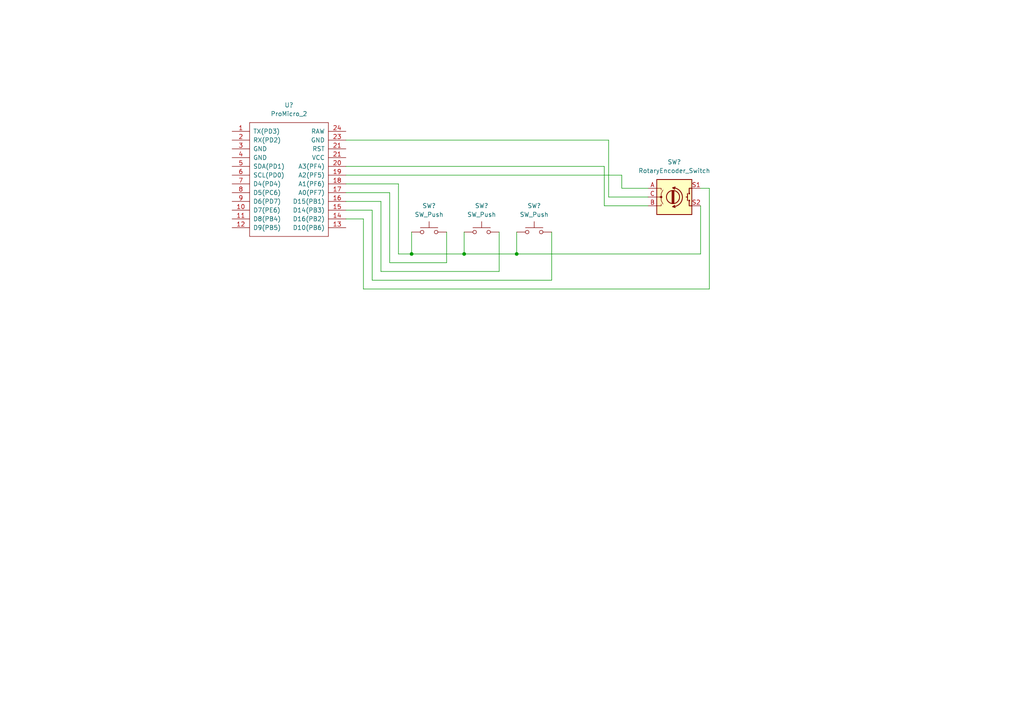
<source format=kicad_sch>
(kicad_sch (version 20211123) (generator eeschema)
  (paper "A4")
  (lib_symbols
    (symbol "Device:RotaryEncoder_Switch" (pin_names (offset 0.254) hide)
      (property "Reference" "SW" (at 0 6.604 0))
      (property "Value" "RotaryEncoder_Switch" (at 0 -6.604 0))
      (symbol "RotaryEncoder_Switch_0_1"
        (rectangle (start -5.08 5.08) (end 5.08 -5.08) (stroke (width 0.254)) (fill (type background)))
        (circle (center -3.81 0) (radius 0.254) (fill (type outline)))
        (arc (start -0.381 -2.794) (mid 2.3622 -0.0635) (end -0.381 2.667) (stroke (width 0.254)))
        (circle (center -0.381 0) (radius 1.905) (stroke (width 0.254)))
        (polyline (pts (xy -0.635 -1.778) (xy -0.635 1.778)) (stroke (width 0.254)))
        (polyline (pts (xy -0.381 -1.778) (xy -0.381 1.778)) (stroke (width 0.254)))
        (polyline (pts (xy -0.127 1.778) (xy -0.127 -1.778)) (stroke (width 0.254)))
        (polyline (pts (xy 3.81 0) (xy 3.429 0)) (stroke (width 0.254)))
        (polyline (pts (xy 3.81 1.016) (xy 3.81 -1.016)) (stroke (width 0.254)))
        (polyline (pts (xy -5.08 -2.54) (xy -3.81 -2.54) (xy -3.81 -2.032)))
        (polyline (pts (xy -5.08 2.54) (xy -3.81 2.54) (xy -3.81 2.032)))
        (polyline (pts (xy 0.254 -3.048) (xy -0.508 -2.794) (xy 0.127 -2.413)) (stroke (width 0.254)))
        (polyline (pts (xy 0.254 2.921) (xy -0.508 2.667) (xy 0.127 2.286)) (stroke (width 0.254)))
        (polyline (pts (xy 5.08 -2.54) (xy 4.318 -2.54) (xy 4.318 -1.016)) (stroke (width 0.254)))
        (polyline (pts (xy 5.08 2.54) (xy 4.318 2.54) (xy 4.318 1.016)) (stroke (width 0.254)))
        (polyline (pts (xy -5.08 0) (xy -3.81 0) (xy -3.81 -1.016) (xy -3.302 -2.032)))
        (polyline (pts (xy -4.318 0) (xy -3.81 0) (xy -3.81 1.016) (xy -3.302 2.032)))
        (circle (center 4.318 -1.016) (radius 0.127) (stroke (width 0.254)))
        (circle (center 4.318 1.016) (radius 0.127) (stroke (width 0.254)))
      )
      (symbol "RotaryEncoder_Switch_1_1"
        (pin passive line (at -7.62 2.54 0) (length 2.54) (name "A") (number "A"))
        (pin passive line (at -7.62 -2.54 0) (length 2.54) (name "B") (number "B"))
        (pin passive line (at -7.62 0 0) (length 2.54) (name "C") (number "C"))
        (pin passive line (at 7.62 2.54 180) (length 2.54) (name "S1") (number "S1"))
        (pin passive line (at 7.62 -2.54 180) (length 2.54) (name "S2") (number "S2"))
      )
    )
    (symbol "Switch:SW_Push" (pin_numbers hide) (pin_names (offset 1.016) hide)
      (property "Reference" "SW" (at 1.27 2.54 0))
      (property "Value" "SW_Push" (at 0 -1.524 0))
      (symbol "SW_Push_0_1"
        (circle (center -2.032 0) (radius 0.508))
        (polyline (pts (xy 0 1.27) (xy 0 3.048)))
        (polyline (pts (xy 2.54 1.27) (xy -2.54 1.27)))
        (circle (center 2.032 0) (radius 0.508))
        (pin passive line (at -5.08 0 0) (length 2.54) (name "1") (number "1"))
        (pin passive line (at 5.08 0 180) (length 2.54) (name "2") (number "2"))
      )
    )
    (symbol "promicro_2:ProMicro_2" (pin_names (offset 1.016))
      (property "Reference" "U" (at 0 17.78 0))
      (property "Value" "ProMicro_2" (at 0 -17.78 0))
      (symbol "ProMicro_2_0_1"
        (rectangle (start -11.43 16.51) (end 11.43 -16.51))
      )
      (symbol "ProMicro_2_1_1"
        (pin input line (at -16.51 13.97 0) (length 5.08) (name "TX(PD3)") (number "1"))
        (pin input line (at -16.51 -8.89 0) (length 5.08) (name "D7(PE6)") (number "10"))
        (pin input line (at -16.51 -11.43 0) (length 5.08) (name "D8(PB4)") (number "11"))
        (pin input line (at -16.51 -13.97 0) (length 5.08) (name "D9(PB5)") (number "12"))
        (pin input line (at 16.51 -13.97 180) (length 5.08) (name "D10(PB6)") (number "13"))
        (pin input line (at 16.51 -11.43 180) (length 5.08) (name "D16(PB2)") (number "14"))
        (pin input line (at 16.51 -8.89 180) (length 5.08) (name "D14(PB3)") (number "15"))
        (pin input line (at 16.51 -6.35 180) (length 5.08) (name "D15(PB1)") (number "16"))
        (pin input line (at 16.51 -3.81 180) (length 5.08) (name "A0(PF7)") (number "17"))
        (pin input line (at 16.51 -1.27 180) (length 5.08) (name "A1(PF6)") (number "18"))
        (pin input line (at 16.51 1.27 180) (length 5.08) (name "A2(PF5)") (number "19"))
        (pin input line (at -16.51 11.43 0) (length 5.08) (name "RX(PD2)") (number "2"))
        (pin input line (at 16.51 3.81 180) (length 5.08) (name "A3(PF4)") (number "20"))
        (pin input line (at 16.51 8.89 180) (length 5.08) (name "RST") (number "21"))
        (pin input line (at 16.51 6.35 180) (length 5.08) (name "VCC") (number "21"))
        (pin input line (at 16.51 11.43 180) (length 5.08) (name "GND") (number "23"))
        (pin input line (at 16.51 13.97 180) (length 5.08) (name "RAW") (number "24"))
        (pin input line (at -16.51 8.89 0) (length 5.08) (name "GND") (number "3"))
        (pin input line (at -16.51 6.35 0) (length 5.08) (name "GND") (number "4"))
        (pin input line (at -16.51 3.81 0) (length 5.08) (name "SDA(PD1)") (number "5"))
        (pin input line (at -16.51 1.27 0) (length 5.08) (name "SCL(PD0)") (number "6"))
        (pin input line (at -16.51 -1.27 0) (length 5.08) (name "D4(PD4)") (number "7"))
        (pin input line (at -16.51 -3.81 0) (length 5.08) (name "D5(PC6)") (number "8"))
        (pin input line (at -16.51 -6.35 0) (length 5.08) (name "D6(PD7)") (number "9"))
      )
    )
  )
  (junction (at 119.38 73.66))
  (junction (at 149.86 73.66))
  (junction (at 134.62 73.66))
  (wire (pts (xy 100.33 53.34) (xy 115.57 53.34)))
  (wire (pts (xy 176.53 57.15) (xy 176.53 40.64)))
  (wire (pts (xy 115.57 73.66) (xy 119.38 73.66)))
  (wire (pts (xy 115.57 53.34) (xy 115.57 73.66)))
  (wire (pts (xy 175.26 59.69) (xy 175.26 48.26)))
  (wire (pts (xy 205.74 54.61) (xy 203.2 54.61)))
  (wire (pts (xy 113.03 76.2) (xy 129.54 76.2)))
  (wire (pts (xy 180.34 54.61) (xy 180.34 50.8)))
  (wire (pts (xy 100.33 58.42) (xy 110.49 58.42)))
  (wire (pts (xy 107.95 81.28) (xy 160.02 81.28)))
  (wire (pts (xy 187.96 54.61) (xy 180.34 54.61)))
  (wire (pts (xy 205.74 83.82) (xy 205.74 54.61)))
  (wire (pts (xy 119.38 73.66) (xy 134.62 73.66)))
  (wire (pts (xy 134.62 67.31) (xy 134.62 73.66)))
  (wire (pts (xy 187.96 59.69) (xy 175.26 59.69)))
  (wire (pts (xy 100.33 63.5) (xy 105.41 63.5)))
  (wire (pts (xy 203.2 73.66) (xy 203.2 59.69)))
  (wire (pts (xy 110.49 58.42) (xy 110.49 78.74)))
  (wire (pts (xy 119.38 67.31) (xy 119.38 73.66)))
  (wire (pts (xy 175.26 48.26) (xy 100.33 48.26)))
  (wire (pts (xy 107.95 60.96) (xy 107.95 81.28)))
  (wire (pts (xy 105.41 83.82) (xy 205.74 83.82)))
  (wire (pts (xy 176.53 40.64) (xy 100.33 40.64)))
  (wire (pts (xy 100.33 60.96) (xy 107.95 60.96)))
  (wire (pts (xy 110.49 78.74) (xy 144.78 78.74)))
  (wire (pts (xy 113.03 55.88) (xy 113.03 76.2)))
  (wire (pts (xy 129.54 76.2) (xy 129.54 67.31)))
  (wire (pts (xy 149.86 73.66) (xy 203.2 73.66)))
  (wire (pts (xy 187.96 57.15) (xy 176.53 57.15)))
  (wire (pts (xy 134.62 73.66) (xy 149.86 73.66)))
  (wire (pts (xy 149.86 73.66) (xy 149.86 67.31)))
  (wire (pts (xy 105.41 63.5) (xy 105.41 83.82)))
  (wire (pts (xy 180.34 50.8) (xy 100.33 50.8)))
  (wire (pts (xy 100.33 55.88) (xy 113.03 55.88)))
  (wire (pts (xy 144.78 78.74) (xy 144.78 67.31)))
  (wire (pts (xy 160.02 81.28) (xy 160.02 67.31)))
  (symbol (lib_id "Switch:SW_Push") (at 124.46 67.31 0) (unit 1)
    (property "Reference" "SW?" (at 124.46 59.69 0))
    (property "Value" "SW_Push" (at 124.46 62.23 0))
  )
  (symbol (lib_id "Switch:SW_Push") (at 154.94 67.31 0) (unit 1)
    (property "Reference" "SW?" (at 154.94 59.69 0))
    (property "Value" "SW_Push" (at 154.94 62.23 0))
  )
  (symbol (lib_id "Device:RotaryEncoder_Switch") (at 195.58 57.15 0) (unit 1)
    (property "Reference" "SW?" (at 195.58 46.99 0))
    (property "Value" "RotaryEncoder_Switch" (at 195.58 49.53 0))
  )
  (symbol (lib_id "Switch:SW_Push") (at 139.7 67.31 0) (unit 1)
    (property "Reference" "SW?" (at 139.7 59.69 0))
    (property "Value" "SW_Push" (at 139.7 62.23 0))
  )
  (symbol (lib_id "promicro_2:ProMicro_2") (at 83.82 52.07 0) (unit 1)
    (property "Reference" "U?" (at 83.82 30.48 0))
    (property "Value" "ProMicro_2" (at 83.82 33.02 0))
  )
)
</source>
